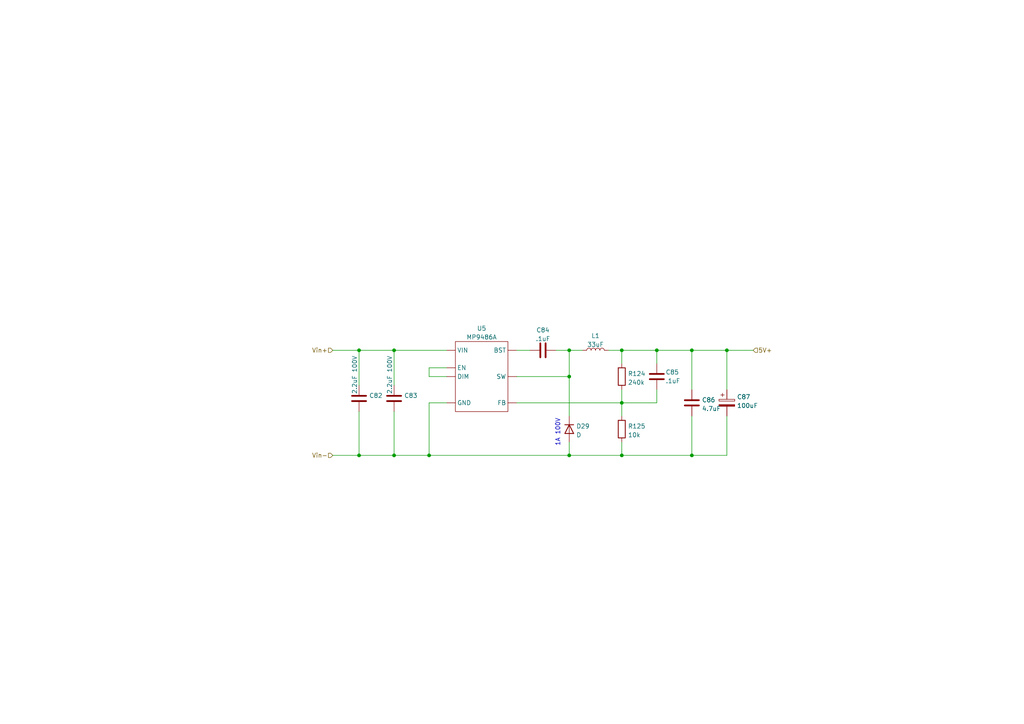
<source format=kicad_sch>
(kicad_sch (version 20211123) (generator eeschema)
  (paper "A4")
  (lib_symbols
    (symbol "Device:C" (pin_numbers hide) (pin_names (offset 0.254))
      (property "Reference" "C" (at 0.635 2.54 0))
      (property "Value" "C" (at 0.635 -2.54 0))
      (symbol "C_0_1"
        (polyline (pts (xy -2.032 -0.762) (xy 2.032 -0.762)) (stroke (width 0.508)))
        (polyline (pts (xy -2.032 0.762) (xy 2.032 0.762)) (stroke (width 0.508)))
      )
      (symbol "C_1_1"
        (pin passive line (at 0 3.81 270) (length 2.794) (name "~") (number "1"))
        (pin passive line (at 0 -3.81 90) (length 2.794) (name "~") (number "2"))
      )
    )
    (symbol "Device:C_Polarized" (pin_numbers hide) (pin_names (offset 0.254))
      (property "Reference" "C" (at 0.635 2.54 0))
      (property "Value" "C_Polarized" (at 0.635 -2.54 0))
      (symbol "C_Polarized_0_1"
        (rectangle (start -2.286 0.508) (end 2.286 1.016))
        (polyline (pts (xy -1.778 2.286) (xy -0.762 2.286)))
        (polyline (pts (xy -1.27 2.794) (xy -1.27 1.778)))
        (rectangle (start 2.286 -0.508) (end -2.286 -1.016) (fill (type outline)))
      )
      (symbol "C_Polarized_1_1"
        (pin passive line (at 0 3.81 270) (length 2.794) (name "~") (number "1"))
        (pin passive line (at 0 -3.81 90) (length 2.794) (name "~") (number "2"))
      )
    )
    (symbol "Device:D" (pin_numbers hide) (pin_names (offset 1.016) hide)
      (property "Reference" "D" (at 0 2.54 0))
      (property "Value" "D" (at 0 -2.54 0))
      (symbol "D_0_1"
        (polyline (pts (xy -1.27 1.27) (xy -1.27 -1.27)) (stroke (width 0.254)))
        (polyline (pts (xy 1.27 0) (xy -1.27 0)))
        (polyline (pts (xy 1.27 1.27) (xy 1.27 -1.27) (xy -1.27 0) (xy 1.27 1.27)) (stroke (width 0.254)))
      )
      (symbol "D_1_1"
        (pin passive line (at -3.81 0 0) (length 2.54) (name "K") (number "1"))
        (pin passive line (at 3.81 0 180) (length 2.54) (name "A") (number "2"))
      )
    )
    (symbol "Device:L" (pin_numbers hide) (pin_names (offset 1.016) hide)
      (property "Reference" "L" (at -1.27 0 90))
      (property "Value" "L" (at 1.905 0 90))
      (symbol "L_0_1"
        (arc (start 0 -2.54) (mid 0.635 -1.905) (end 0 -1.27))
        (arc (start 0 -1.27) (mid 0.635 -0.635) (end 0 0))
        (arc (start 0 0) (mid 0.635 0.635) (end 0 1.27))
        (arc (start 0 1.27) (mid 0.635 1.905) (end 0 2.54))
      )
      (symbol "L_1_1"
        (pin passive line (at 0 3.81 270) (length 1.27) (name "1") (number "1"))
        (pin passive line (at 0 -3.81 90) (length 1.27) (name "2") (number "2"))
      )
    )
    (symbol "Device:R" (pin_numbers hide) (pin_names (offset 0))
      (property "Reference" "R" (at 2.032 0 90))
      (property "Value" "R" (at 0 0 90))
      (symbol "R_0_1"
        (rectangle (start -1.016 -2.54) (end 1.016 2.54) (stroke (width 0.254)))
      )
      (symbol "R_1_1"
        (pin passive line (at 0 3.81 270) (length 1.27) (name "~") (number "1"))
        (pin passive line (at 0 -3.81 90) (length 1.27) (name "~") (number "2"))
      )
    )
    (symbol "MP9486A:MP9486A"
      (property "Reference" "U" (at 0 11.43 0))
      (property "Value" "MP9486A" (at 0 8.89 0))
      (symbol "MP9486A_0_1"
        (rectangle (start -7.62 7.62) (end 7.62 -12.7) (stroke (width 0.1524)))
      )
      (symbol "MP9486A_1_1"
        (pin input line (at 10.16 5.08 180) (length 2.54) (name "BST") (number ""))
        (pin input line (at -10.16 -2.54 0) (length 2.54) (name "DIM") (number ""))
        (pin input line (at -10.16 0 0) (length 2.54) (name "EN") (number ""))
        (pin input line (at 10.16 -10.16 180) (length 2.54) (name "FB") (number ""))
        (pin input line (at -10.16 -10.16 0) (length 2.54) (name "GND") (number ""))
        (pin input line (at 10.16 -2.54 180) (length 2.54) (name "SW") (number ""))
        (pin input line (at -10.16 5.08 0) (length 2.54) (name "VIN") (number ""))
      )
    )
  )
  (junction (at 114.3 101.6))
  (junction (at 180.34 101.6))
  (junction (at 124.46 132.08))
  (junction (at 200.66 132.08))
  (junction (at 165.1 109.22))
  (junction (at 210.82 101.6))
  (junction (at 165.1 132.08))
  (junction (at 190.5 101.6))
  (junction (at 104.14 132.08))
  (junction (at 180.34 116.84))
  (junction (at 165.1 101.6))
  (junction (at 200.66 101.6))
  (junction (at 180.34 132.08))
  (junction (at 104.14 101.6))
  (junction (at 114.3 132.08))
  (wire (pts (xy 190.5 116.84) (xy 180.34 116.84)))
  (wire (pts (xy 200.66 101.6) (xy 200.66 113.03)))
  (wire (pts (xy 124.46 132.08) (xy 165.1 132.08)))
  (wire (pts (xy 218.44 101.6) (xy 210.82 101.6)))
  (wire (pts (xy 149.86 116.84) (xy 180.34 116.84)))
  (wire (pts (xy 104.14 101.6) (xy 114.3 101.6)))
  (wire (pts (xy 124.46 109.22) (xy 129.54 109.22)))
  (wire (pts (xy 114.3 132.08) (xy 124.46 132.08)))
  (wire (pts (xy 200.66 101.6) (xy 210.82 101.6)))
  (wire (pts (xy 114.3 101.6) (xy 114.3 111.76)))
  (wire (pts (xy 165.1 109.22) (xy 165.1 120.65)))
  (wire (pts (xy 165.1 132.08) (xy 180.34 132.08)))
  (wire (pts (xy 149.86 109.22) (xy 165.1 109.22)))
  (wire (pts (xy 200.66 132.08) (xy 180.34 132.08)))
  (wire (pts (xy 200.66 120.65) (xy 200.66 132.08)))
  (wire (pts (xy 124.46 106.68) (xy 124.46 109.22)))
  (wire (pts (xy 190.5 101.6) (xy 200.66 101.6)))
  (wire (pts (xy 180.34 101.6) (xy 190.5 101.6)))
  (wire (pts (xy 176.53 101.6) (xy 180.34 101.6)))
  (wire (pts (xy 104.14 101.6) (xy 104.14 111.76)))
  (wire (pts (xy 180.34 105.41) (xy 180.34 101.6)))
  (wire (pts (xy 190.5 105.41) (xy 190.5 101.6)))
  (wire (pts (xy 96.52 101.6) (xy 104.14 101.6)))
  (wire (pts (xy 161.29 101.6) (xy 165.1 101.6)))
  (wire (pts (xy 114.3 132.08) (xy 114.3 119.38)))
  (wire (pts (xy 180.34 120.65) (xy 180.34 116.84)))
  (wire (pts (xy 129.54 116.84) (xy 124.46 116.84)))
  (wire (pts (xy 190.5 113.03) (xy 190.5 116.84)))
  (wire (pts (xy 114.3 101.6) (xy 129.54 101.6)))
  (wire (pts (xy 180.34 116.84) (xy 180.34 113.03)))
  (wire (pts (xy 210.82 120.65) (xy 210.82 132.08)))
  (wire (pts (xy 114.3 132.08) (xy 104.14 132.08)))
  (wire (pts (xy 129.54 106.68) (xy 124.46 106.68)))
  (wire (pts (xy 165.1 101.6) (xy 168.91 101.6)))
  (wire (pts (xy 104.14 132.08) (xy 104.14 119.38)))
  (wire (pts (xy 165.1 132.08) (xy 165.1 128.27)))
  (wire (pts (xy 180.34 128.27) (xy 180.34 132.08)))
  (wire (pts (xy 210.82 132.08) (xy 200.66 132.08)))
  (wire (pts (xy 124.46 116.84) (xy 124.46 132.08)))
  (wire (pts (xy 96.52 132.08) (xy 104.14 132.08)))
  (wire (pts (xy 165.1 101.6) (xy 165.1 109.22)))
  (wire (pts (xy 210.82 101.6) (xy 210.82 113.03)))
  (wire (pts (xy 149.86 101.6) (xy 153.67 101.6)))
  (text "1A 100V" (at 162.56 129.54 90) (effects (font (size 1.27 1.27)) (justify left bottom)))
  (hierarchical_label "Vin-" (shape input) (at 96.52 132.08 180))
  (hierarchical_label "5V+" (shape input) (at 218.44 101.6 0))
  (hierarchical_label "Vin+" (shape input) (at 96.52 101.6 180))
  (symbol (lib_id "Device:C") (at 200.66 116.84 180) (unit 1)
    (property "Reference" "C86" (at 203.581 116.0053 0) (effects (justify right)))
    (property "Value" "4.7uF" (at 203.581 118.5422 0) (effects (justify right)))
  )
  (symbol (lib_id "Device:C_Polarized") (at 210.82 116.84 0) (unit 1)
    (property "Reference" "C87" (at 213.741 115.1163 0) (effects (justify left)))
    (property "Value" "100uF" (at 213.741 117.6532 0) (effects (justify left)))
  )
  (symbol (lib_id "Device:C") (at 114.3 115.57 0) (unit 1)
    (property "Reference" "C83" (at 117.221 114.7353 0) (effects (justify left)))
    (property "Value" "2.2uF 100V" (at 113.03 114.3 90) (effects (justify left)))
  )
  (symbol (lib_id "Device:C") (at 190.5 109.22 180) (unit 1)
    (property "Reference" "C85" (at 193.04 107.9531 0) (effects (justify right)))
    (property "Value" ".1uF" (at 193.04 110.49 0) (effects (justify right)))
  )
  (symbol (lib_id "Device:D") (at 165.1 124.46 270) (unit 1)
    (property "Reference" "D29" (at 167.132 123.6253 90) (effects (justify left)))
    (property "Value" "D" (at 167.132 126.1622 90) (effects (justify left)))
  )
  (symbol (lib_id "Device:L") (at 172.72 101.6 90) (unit 1)
    (property "Reference" "L1" (at 172.72 97.3922 90))
    (property "Value" "33uF" (at 172.72 99.9291 90))
  )
  (symbol (lib_id "Device:C") (at 157.48 101.6 90) (unit 1)
    (property "Reference" "C84" (at 157.48 95.7412 90))
    (property "Value" ".1uF" (at 157.48 98.2781 90))
  )
  (symbol (lib_id "MP9486A:MP9486A") (at 139.7 106.68 0) (unit 1)
    (property "Reference" "U5" (at 139.7 95.25 0))
    (property "Value" "MP9486A" (at 139.7 97.7869 0))
  )
  (symbol (lib_id "Device:R") (at 180.34 124.46 0) (unit 1)
    (property "Reference" "R125" (at 182.118 123.6253 0) (effects (justify left)))
    (property "Value" "10k" (at 182.118 126.1622 0) (effects (justify left)))
  )
  (symbol (lib_id "Device:C") (at 104.14 115.57 0) (unit 1)
    (property "Reference" "C82" (at 107.061 114.7353 0) (effects (justify left)))
    (property "Value" "2.2uF 100V" (at 102.87 114.3 90) (effects (justify left)))
  )
  (symbol (lib_id "Device:R") (at 180.34 109.22 0) (unit 1)
    (property "Reference" "R124" (at 182.118 108.3853 0) (effects (justify left)))
    (property "Value" "240k" (at 182.118 110.9222 0) (effects (justify left)))
  )
)
</source>
